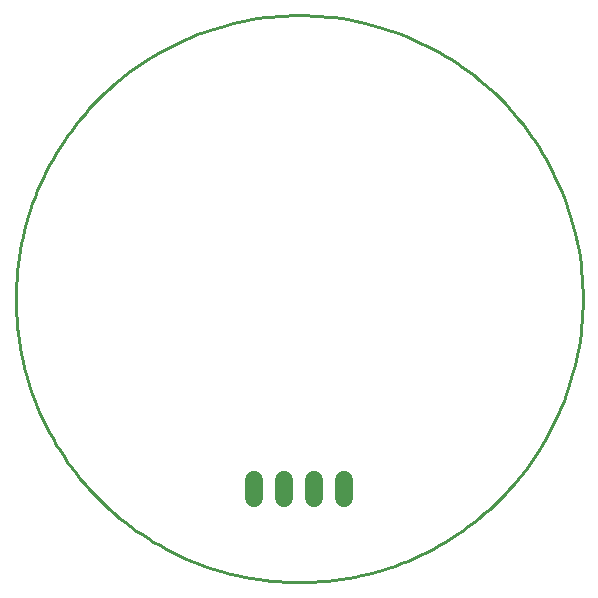
<source format=gbl>
G75*
%MOIN*%
%OFA0B0*%
%FSLAX25Y25*%
%IPPOS*%
%LPD*%
%AMOC8*
5,1,8,0,0,1.08239X$1,22.5*
%
%ADD10C,0.01000*%
%ADD11C,0.06000*%
D10*
X0005437Y0099925D02*
X0005465Y0102244D01*
X0005551Y0104561D01*
X0005693Y0106876D01*
X0005892Y0109186D01*
X0006148Y0111491D01*
X0006460Y0113789D01*
X0006828Y0116079D01*
X0007253Y0118359D01*
X0007733Y0120627D01*
X0008269Y0122884D01*
X0008860Y0125126D01*
X0009506Y0127353D01*
X0010206Y0129564D01*
X0010960Y0131757D01*
X0011768Y0133931D01*
X0012629Y0136084D01*
X0013543Y0138215D01*
X0014509Y0140324D01*
X0015526Y0142408D01*
X0016594Y0144466D01*
X0017712Y0146498D01*
X0018880Y0148502D01*
X0020096Y0150476D01*
X0021361Y0152420D01*
X0022673Y0154332D01*
X0024032Y0156211D01*
X0025436Y0158057D01*
X0026885Y0159868D01*
X0028378Y0161642D01*
X0029914Y0163379D01*
X0031492Y0165078D01*
X0033112Y0166738D01*
X0034772Y0168358D01*
X0036471Y0169936D01*
X0038208Y0171472D01*
X0039982Y0172965D01*
X0041793Y0174414D01*
X0043639Y0175818D01*
X0045518Y0177177D01*
X0047430Y0178489D01*
X0049374Y0179754D01*
X0051348Y0180970D01*
X0053352Y0182138D01*
X0055384Y0183256D01*
X0057442Y0184324D01*
X0059526Y0185341D01*
X0061635Y0186307D01*
X0063766Y0187221D01*
X0065919Y0188082D01*
X0068093Y0188890D01*
X0070286Y0189644D01*
X0072497Y0190344D01*
X0074724Y0190990D01*
X0076966Y0191581D01*
X0079223Y0192117D01*
X0081491Y0192597D01*
X0083771Y0193022D01*
X0086061Y0193390D01*
X0088359Y0193702D01*
X0090664Y0193958D01*
X0092974Y0194157D01*
X0095289Y0194299D01*
X0097606Y0194385D01*
X0099925Y0194413D01*
X0102244Y0194385D01*
X0104561Y0194299D01*
X0106876Y0194157D01*
X0109186Y0193958D01*
X0111491Y0193702D01*
X0113789Y0193390D01*
X0116079Y0193022D01*
X0118359Y0192597D01*
X0120627Y0192117D01*
X0122884Y0191581D01*
X0125126Y0190990D01*
X0127353Y0190344D01*
X0129564Y0189644D01*
X0131757Y0188890D01*
X0133931Y0188082D01*
X0136084Y0187221D01*
X0138215Y0186307D01*
X0140324Y0185341D01*
X0142408Y0184324D01*
X0144466Y0183256D01*
X0146498Y0182138D01*
X0148502Y0180970D01*
X0150476Y0179754D01*
X0152420Y0178489D01*
X0154332Y0177177D01*
X0156211Y0175818D01*
X0158057Y0174414D01*
X0159868Y0172965D01*
X0161642Y0171472D01*
X0163379Y0169936D01*
X0165078Y0168358D01*
X0166738Y0166738D01*
X0168358Y0165078D01*
X0169936Y0163379D01*
X0171472Y0161642D01*
X0172965Y0159868D01*
X0174414Y0158057D01*
X0175818Y0156211D01*
X0177177Y0154332D01*
X0178489Y0152420D01*
X0179754Y0150476D01*
X0180970Y0148502D01*
X0182138Y0146498D01*
X0183256Y0144466D01*
X0184324Y0142408D01*
X0185341Y0140324D01*
X0186307Y0138215D01*
X0187221Y0136084D01*
X0188082Y0133931D01*
X0188890Y0131757D01*
X0189644Y0129564D01*
X0190344Y0127353D01*
X0190990Y0125126D01*
X0191581Y0122884D01*
X0192117Y0120627D01*
X0192597Y0118359D01*
X0193022Y0116079D01*
X0193390Y0113789D01*
X0193702Y0111491D01*
X0193958Y0109186D01*
X0194157Y0106876D01*
X0194299Y0104561D01*
X0194385Y0102244D01*
X0194413Y0099925D01*
X0194385Y0097606D01*
X0194299Y0095289D01*
X0194157Y0092974D01*
X0193958Y0090664D01*
X0193702Y0088359D01*
X0193390Y0086061D01*
X0193022Y0083771D01*
X0192597Y0081491D01*
X0192117Y0079223D01*
X0191581Y0076966D01*
X0190990Y0074724D01*
X0190344Y0072497D01*
X0189644Y0070286D01*
X0188890Y0068093D01*
X0188082Y0065919D01*
X0187221Y0063766D01*
X0186307Y0061635D01*
X0185341Y0059526D01*
X0184324Y0057442D01*
X0183256Y0055384D01*
X0182138Y0053352D01*
X0180970Y0051348D01*
X0179754Y0049374D01*
X0178489Y0047430D01*
X0177177Y0045518D01*
X0175818Y0043639D01*
X0174414Y0041793D01*
X0172965Y0039982D01*
X0171472Y0038208D01*
X0169936Y0036471D01*
X0168358Y0034772D01*
X0166738Y0033112D01*
X0165078Y0031492D01*
X0163379Y0029914D01*
X0161642Y0028378D01*
X0159868Y0026885D01*
X0158057Y0025436D01*
X0156211Y0024032D01*
X0154332Y0022673D01*
X0152420Y0021361D01*
X0150476Y0020096D01*
X0148502Y0018880D01*
X0146498Y0017712D01*
X0144466Y0016594D01*
X0142408Y0015526D01*
X0140324Y0014509D01*
X0138215Y0013543D01*
X0136084Y0012629D01*
X0133931Y0011768D01*
X0131757Y0010960D01*
X0129564Y0010206D01*
X0127353Y0009506D01*
X0125126Y0008860D01*
X0122884Y0008269D01*
X0120627Y0007733D01*
X0118359Y0007253D01*
X0116079Y0006828D01*
X0113789Y0006460D01*
X0111491Y0006148D01*
X0109186Y0005892D01*
X0106876Y0005693D01*
X0104561Y0005551D01*
X0102244Y0005465D01*
X0099925Y0005437D01*
X0097606Y0005465D01*
X0095289Y0005551D01*
X0092974Y0005693D01*
X0090664Y0005892D01*
X0088359Y0006148D01*
X0086061Y0006460D01*
X0083771Y0006828D01*
X0081491Y0007253D01*
X0079223Y0007733D01*
X0076966Y0008269D01*
X0074724Y0008860D01*
X0072497Y0009506D01*
X0070286Y0010206D01*
X0068093Y0010960D01*
X0065919Y0011768D01*
X0063766Y0012629D01*
X0061635Y0013543D01*
X0059526Y0014509D01*
X0057442Y0015526D01*
X0055384Y0016594D01*
X0053352Y0017712D01*
X0051348Y0018880D01*
X0049374Y0020096D01*
X0047430Y0021361D01*
X0045518Y0022673D01*
X0043639Y0024032D01*
X0041793Y0025436D01*
X0039982Y0026885D01*
X0038208Y0028378D01*
X0036471Y0029914D01*
X0034772Y0031492D01*
X0033112Y0033112D01*
X0031492Y0034772D01*
X0029914Y0036471D01*
X0028378Y0038208D01*
X0026885Y0039982D01*
X0025436Y0041793D01*
X0024032Y0043639D01*
X0022673Y0045518D01*
X0021361Y0047430D01*
X0020096Y0049374D01*
X0018880Y0051348D01*
X0017712Y0053352D01*
X0016594Y0055384D01*
X0015526Y0057442D01*
X0014509Y0059526D01*
X0013543Y0061635D01*
X0012629Y0063766D01*
X0011768Y0065919D01*
X0010960Y0068093D01*
X0010206Y0070286D01*
X0009506Y0072497D01*
X0008860Y0074724D01*
X0008269Y0076966D01*
X0007733Y0079223D01*
X0007253Y0081491D01*
X0006828Y0083771D01*
X0006460Y0086061D01*
X0006148Y0088359D01*
X0005892Y0090664D01*
X0005693Y0092974D01*
X0005551Y0095289D01*
X0005465Y0097606D01*
X0005437Y0099925D01*
D11*
X0084925Y0039500D02*
X0084925Y0033500D01*
X0094925Y0033500D02*
X0094925Y0039500D01*
X0104925Y0039500D02*
X0104925Y0033500D01*
X0114925Y0033500D02*
X0114925Y0039500D01*
M02*

</source>
